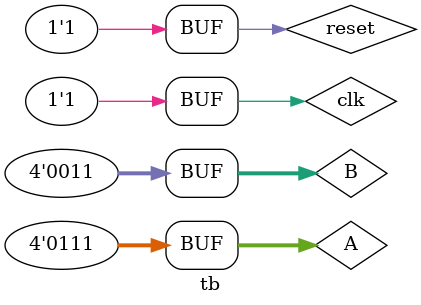
<source format=v>
module part1(input [7:0]SW,
				 input [1:0]KEY,
				 output [6:0]HEX0,
				 output [6:0]HEX1,
				 output [6:0]HEX2,
				 output [0:0]LEDG);

	wire [3:0]sum;
	eight_bit_FA addr(SW[3:0],SW[7:4],1'b0,KEY[1],KEY[0],sum,LEDG[0]);
	BCDto7 hex0(SW[3:0],HEX0);
	BCDto7 hex1(SW[7:4],HEX1);
	BCDto7 hex2(sum,HEX2);

endmodule

module fullAddr(input a,
					 input b,
					 input ci,
					 output s,
					 output co);
					 
	assign k = a^b;
	assign s = ci^k;
	assign co = ~k&b | k&ci;
	
endmodule 

module eight_bit_FA(input [3:0]A,
						  input [3:0]B,
						  input Cin,
						  input clk,
						  input reset,
						  output [3:0]S,
						  output Overflow);

	wire [3:0]num1,num2,numOut;
	wire Cout;
	wire [2:0]tmpCarry;
	
	register R0(A,clk,reset,num1);
	register R1(B,clk,reset,num2);
	register R2(numOut,clk,reset,S);
	register R3((Cout ^ tmpCarry[2]),clk,reset,Overflow);
	 
	fullAddr bit0(num1[0],num2[0],Cin,numOut[0],tmpCarry[0]);
	fullAddr bit1(num1[1],num2[1],tmpCarry[0],numOut[1],tmpCarry[1]);
	fullAddr bit2(num1[2],num2[2],tmpCarry[1],numOut[2],tmpCarry[2]);
	fullAddr bit3(num1[3],num2[3],tmpCarry[2],numOut[3],Cout);
endmodule

module register(input [3:0]in,
					 input clk,
					 input reset,
					 output reg [3:0]out);

	always@(posedge clk or negedge reset)
	begin
		if (reset == 0)
			out <= 4'b0;
		else 
			out <= in;
	end
					 
endmodule

module BCDto7(input [3:0]sw,
				 output [6:0]hex);
				 
	assign hex[0] =  ~(sw[3] | sw[1] | (sw[2] ~^ sw[0]));
	assign hex[1] =  ~(~sw[2] | (sw[0] ~^ sw[1]));
	assign hex[2] =  ~(sw[2] | ~sw[1] | sw[0]);
	assign hex[3] =  ~(~sw[2]&~sw[0] | sw[1]&~sw[0] | sw[2]&~sw[1]&sw[0] | ~sw[2]&sw[1] | sw[3]);
	assign hex[4] =  ~(~sw[2]&~sw[0] | sw[1]&~sw[0]);
	assign hex[5] =  ~(sw[3] | ~sw[1]&~sw[0] | sw[2]&~sw[1] | sw[2]&~sw[0]);
	assign hex[6] =  ~(sw[3] | sw[1]&~sw[0] | sw[2]^sw[1]);
	
endmodule



module tb();
	
	reg [3:0]A;
	reg [3:0]B;
	reg reset,clk;
	wire	[6:0]hex0,hex1,hex2;
	wire ledg;
	
	part1 test({B,A},{clk,reset},hex0,hex1,hex2,ledg);
	
	initial begin
		#0 	clk = 1'b1;	reset = 1'b1;	A = 4'd7;	B = 4'd3;
		#100	clk = 1'b1;	reset = 1'b0;	
		#100	clk = 1'b0;	reset = 1'b1;
		#100	clk = 1'b1;
		#100  clk = 1'b0;
		#100	clk = 1'b1;
		#100	;
	end	
	
endmodule

</source>
